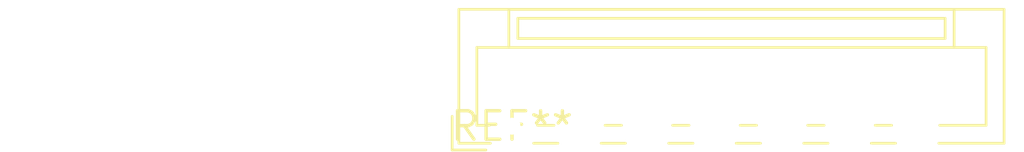
<source format=kicad_pcb>
(kicad_pcb (version 20240108) (generator pcbnew)
  (layers (0 "F.Cu" signal) (31 "B.Cu" signal) (34 "B.Paste" user) (35 "F.Paste" user) (36 "B.SilkS" user "B.Silkscreen") (37 "F.SilkS" user "F.Silkscreen") (38 "B.Mask" user) (39 "F.Mask" user) (44 "Edge.Cuts" user))
  (net 0 "")
  (footprint "JST_ZE_B14B-ZESK-D_1x14_P1.50mm_Vertical" (layer "F.Cu") (at 0 0)
    (property "Reference" "REF**")
    (property "Value" "JST_ZE_B14B-ZESK-D_1x14_P1.50mm_Vertical")
    (fp_line (start -2.66 -0.44) (end -2.66 1.06) (layer "F.SilkS") (stroke (width 0.12)))
    (fp_line (start -2.66 1.06) (end -1.16 1.06) (layer "F.SilkS") (stroke (width 0.12)))
    (fp_line (start -2.36 -5.21) (end 21.86 -5.21) (layer "F.SilkS") (stroke (width 0.12)))
    (fp_line (start -2.36 0.76) (end -2.36 -5.21) (layer "F.SilkS") (stroke (width 0.12)))
    (fp_line (start -1.56 -3.51) (end -1.56 -0.04) (layer "F.SilkS") (stroke (width 0.12)))
    (fp_line (start -1.56 -0.04) (end -1 -0.04) (layer "F.SilkS") (stroke (width 0.12)))
    (fp_line (start -0.96 0.76) (end -2.36 0.76) (layer "F.SilkS") (stroke (width 0.12)))
    (fp_line (start -0.14 -5.21) (end -0.14 -3.51) (layer "F.SilkS") (stroke (width 0.12)))
    (fp_line (start -0.14 -3.51) (end -1.56 -3.51) (layer "F.SilkS") (stroke (width 0.12)))
    (fp_line (start -0.14 -3.51) (end 19.64 -3.51) (layer "F.SilkS") (stroke (width 0.12)))
    (fp_line (start 0.26 -4.81) (end 0.26 -3.91) (layer "F.SilkS") (stroke (width 0.12)))
    (fp_line (start 0.26 -3.91) (end 19.24 -3.91) (layer "F.SilkS") (stroke (width 0.12)))
    (fp_line (start 0.96 0.76) (end 2.04 0.76) (layer "F.SilkS") (stroke (width 0.12)))
    (fp_line (start 1.135 -0.04) (end 1.865 -0.04) (layer "F.SilkS") (stroke (width 0.12)))
    (fp_line (start 3.96 0.76) (end 5.04 0.76) (layer "F.SilkS") (stroke (width 0.12)))
    (fp_line (start 4.135 -0.04) (end 4.865 -0.04) (layer "F.SilkS") (stroke (width 0.12)))
    (fp_line (start 6.96 0.76) (end 8.04 0.76) (layer "F.SilkS") (stroke (width 0.12)))
    (fp_line (start 7.135 -0.04) (end 7.865 -0.04) (layer "F.SilkS") (stroke (width 0.12)))
    (fp_line (start 9.96 0.76) (end 11.04 0.76) (layer "F.SilkS") (stroke (width 0.12)))
    (fp_line (start 10.135 -0.04) (end 10.865 -0.04) (layer "F.SilkS") (stroke (width 0.12)))
    (fp_line (start 12.96 0.76) (end 14.04 0.76) (layer "F.SilkS") (stroke (width 0.12)))
    (fp_line (start 13.135 -0.04) (end 13.865 -0.04) (layer "F.SilkS") (stroke (width 0.12)))
    (fp_line (start 15.96 0.76) (end 17.04 0.76) (layer "F.SilkS") (stroke (width 0.12)))
    (fp_line (start 16.135 -0.04) (end 16.865 -0.04) (layer "F.SilkS") (stroke (width 0.12)))
    (fp_line (start 19.24 -4.81) (end 0.26 -4.81) (layer "F.SilkS") (stroke (width 0.12)))
    (fp_line (start 19.24 -3.91) (end 19.24 -4.81) (layer "F.SilkS") (stroke (width 0.12)))
    (fp_line (start 19.64 -5.21) (end -0.14 -5.21) (layer "F.SilkS") (stroke (width 0.12)))
    (fp_line (start 19.64 -3.51) (end 19.64 -5.21) (layer "F.SilkS") (stroke (width 0.12)))
    (fp_line (start 19.64 -3.51) (end 21.06 -3.51) (layer "F.SilkS") (stroke (width 0.12)))
    (fp_line (start 21.06 -3.51) (end 21.06 -0.04) (layer "F.SilkS") (stroke (width 0.12)))
    (fp_line (start 21.06 -0.04) (end 19 -0.04) (layer "F.SilkS") (stroke (width 0.12)))
    (fp_line (start 21.86 -5.21) (end 21.86 0.76) (layer "F.SilkS") (stroke (width 0.12)))
    (fp_line (start 21.86 0.76) (end 18.96 0.76) (layer "F.SilkS") (stroke (width 0.12)))
    (pad "1" thru_hole custom (at 0 0) (size 1.117157 1.117157) (drill 0.75) (layers *.Cu *.Mask) (remove_unused_layers) (options (clearance outline) (anchor circle)) (primitives (gr_poly (pts (xy 0.45 -0.225) (xy 0.45 0.625) (xy -0.45 0.625) (xy -0.45 -0.625) (xy 0.05 -0.625)) (width 0.5) (fill yes))))
    (pad "2" thru_hole oval (at 1.5 -2) (size 1.4 1.75) (drill 0.75) (layers *.Cu *.Mask) (remove_unused_layers))
    (pad "3" thru_hole oval (at 3 0) (size 1.4 1.75) (drill 0.75) (layers *.Cu *.Mask) (remove_unused_layers))
    (pad "4" thru_hole oval (at 4.5 -2) (size 1.4 1.75) (drill 0.75) (layers *.Cu *.Mask) (remove_unused_layers))
    (pad "5" thru_hole oval (at 6 0) (size 1.4 1.75) (drill 0.75) (layers *.Cu *.Mask) (remove_unused_layers))
    (pad "6" thru_hole oval (at 7.5 -2) (size 1.4 1.75) (drill 0.75) (layers *.Cu *.Mask) (remove_unused_layers))
    (pad "7" thru_hole oval (at 9 0) (size 1.4 1.75) (drill 0.75) (layers *.Cu *.Mask) (remove_unused_layers))
    (pad "8" thru_hole oval (at 10.5 -2) (size 1.4 1.75) (drill 0.75) (layers *.Cu *.Mask) (remove_unused_layers))
    (pad "9" thru_hole oval (at 12 0) (size 1.4 1.75) (drill 0.75) (layers *.Cu *.Mask) (remove_unused_layers))
    (pad "10" thru_hole oval (at 13.5 -2) (size 1.4 1.75) (drill 0.75) (layers *.Cu *.Mask) (remove_unused_layers))
    (pad "11" thru_hole oval (at 15 0) (size 1.4 1.75) (drill 0.75) (layers *.Cu *.Mask) (remove_unused_layers))
    (pad "12" thru_hole oval (at 16.5 -2) (size 1.4 1.75) (drill 0.75) (layers *.Cu *.Mask) (remove_unused_layers))
    (pad "13" thru_hole oval (at 18 0) (size 1.4 1.75) (drill 0.75) (layers *.Cu *.Mask) (remove_unused_layers))
    (pad "14" thru_hole oval (at 19.5 -2) (size 1.4 1.75) (drill 0.75) (layers *.Cu *.Mask) (remove_unused_layers))
  )
)
</source>
